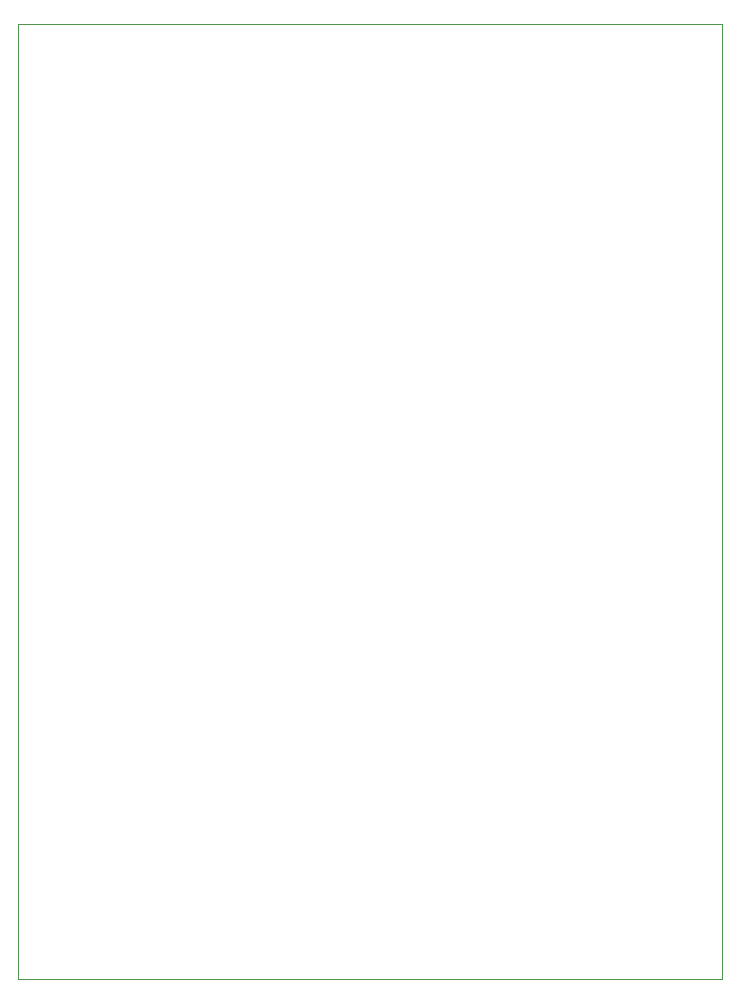
<source format=gbr>
%TF.GenerationSoftware,KiCad,Pcbnew,9.0.4*%
%TF.CreationDate,2025-11-17T21:33:10+13:00*%
%TF.ProjectId,LoopbackBoard,4c6f6f70-6261-4636-9b42-6f6172642e6b,rev?*%
%TF.SameCoordinates,Original*%
%TF.FileFunction,Profile,NP*%
%FSLAX46Y46*%
G04 Gerber Fmt 4.6, Leading zero omitted, Abs format (unit mm)*
G04 Created by KiCad (PCBNEW 9.0.4) date 2025-11-17 21:33:10*
%MOMM*%
%LPD*%
G01*
G04 APERTURE LIST*
%TA.AperFunction,Profile*%
%ADD10C,0.050000*%
%TD*%
G04 APERTURE END LIST*
D10*
X76225400Y-20853400D02*
X135839200Y-20853400D01*
X135839200Y-101676200D01*
X76225400Y-101676200D01*
X76225400Y-20853400D01*
M02*

</source>
